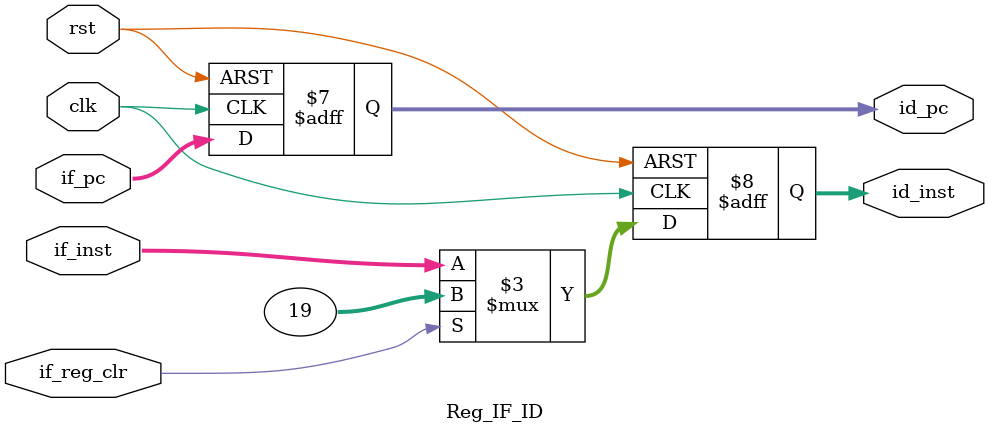
<source format=sv>
module Reg_IF_ID (
  input  wire        clk        ,
  input  wire        rst        ,
  input  wire [31:0] if_pc      ,
  input  wire [31:0] if_inst    ,
  input  wire        if_reg_clr ,
  output reg  [31:0] id_pc      ,
  output reg  [31:0] id_inst      
);
  always @ (posedge clk or posedge rst) begin
    if (rst) begin
      id_pc   <= 0;
      id_inst <= 0;
    end
    else begin
      if (if_reg_clr) begin
      id_pc   <= if_pc;
      id_inst <= 32'h00000013;
      end
      else begin
        id_pc   <= if_pc;
        id_inst <= if_inst;
      end
    end
  end
endmodule // reg_if_id
</source>
